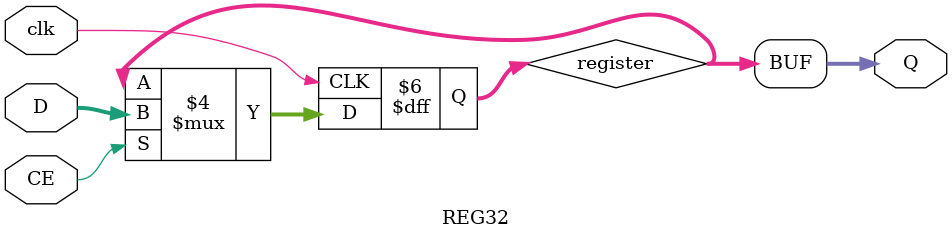
<source format=v>
`timescale 1ns / 1ps

module REG32 (
	input clk,
	input CE,
	input [31:0] D,
	output [31:0] Q );
	
	reg [31:0] register;
	
	assign Q = register;
	
	initial begin
		register <= 0;
	end
	
	always @(posedge clk) begin
		if(CE == 1) register <= D;
	end
	
endmodule

</source>
